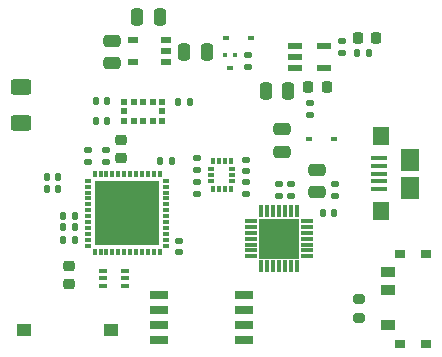
<source format=gbr>
%TF.GenerationSoftware,KiCad,Pcbnew,(6.0.0)*%
%TF.CreationDate,2022-05-13T17:38:04+01:00*%
%TF.ProjectId,Tracer,54726163-6572-42e6-9b69-6361645f7063,D*%
%TF.SameCoordinates,Original*%
%TF.FileFunction,Paste,Top*%
%TF.FilePolarity,Positive*%
%FSLAX46Y46*%
G04 Gerber Fmt 4.6, Leading zero omitted, Abs format (unit mm)*
G04 Created by KiCad (PCBNEW (6.0.0)) date 2022-05-13 17:38:04*
%MOMM*%
%LPD*%
G01*
G04 APERTURE LIST*
G04 Aperture macros list*
%AMRoundRect*
0 Rectangle with rounded corners*
0 $1 Rounding radius*
0 $2 $3 $4 $5 $6 $7 $8 $9 X,Y pos of 4 corners*
0 Add a 4 corners polygon primitive as box body*
4,1,4,$2,$3,$4,$5,$6,$7,$8,$9,$2,$3,0*
0 Add four circle primitives for the rounded corners*
1,1,$1+$1,$2,$3*
1,1,$1+$1,$4,$5*
1,1,$1+$1,$6,$7*
1,1,$1+$1,$8,$9*
0 Add four rect primitives between the rounded corners*
20,1,$1+$1,$2,$3,$4,$5,0*
20,1,$1+$1,$4,$5,$6,$7,0*
20,1,$1+$1,$6,$7,$8,$9,0*
20,1,$1+$1,$8,$9,$2,$3,0*%
G04 Aperture macros list end*
%ADD10R,1.250000X0.900000*%
%ADD11R,0.900000X0.800000*%
%ADD12RoundRect,0.140000X-0.140000X-0.170000X0.140000X-0.170000X0.140000X0.170000X-0.140000X0.170000X0*%
%ADD13RoundRect,0.135000X0.135000X0.185000X-0.135000X0.185000X-0.135000X-0.185000X0.135000X-0.185000X0*%
%ADD14RoundRect,0.140000X0.170000X-0.140000X0.170000X0.140000X-0.170000X0.140000X-0.170000X-0.140000X0*%
%ADD15RoundRect,0.250000X0.475000X-0.250000X0.475000X0.250000X-0.475000X0.250000X-0.475000X-0.250000X0*%
%ADD16RoundRect,0.250000X0.250000X0.475000X-0.250000X0.475000X-0.250000X-0.475000X0.250000X-0.475000X0*%
%ADD17R,0.600000X0.450000*%
%ADD18R,0.400000X0.450000*%
%ADD19R,0.500000X0.450000*%
%ADD20RoundRect,0.135000X-0.135000X-0.185000X0.135000X-0.185000X0.135000X0.185000X-0.135000X0.185000X0*%
%ADD21RoundRect,0.250000X-0.250000X-0.475000X0.250000X-0.475000X0.250000X0.475000X-0.250000X0.475000X0*%
%ADD22RoundRect,0.225000X0.250000X-0.225000X0.250000X0.225000X-0.250000X0.225000X-0.250000X-0.225000X0*%
%ADD23R,0.500000X0.500000*%
%ADD24RoundRect,0.135000X-0.185000X0.135000X-0.185000X-0.135000X0.185000X-0.135000X0.185000X0.135000X0*%
%ADD25R,0.350000X0.575000*%
%ADD26R,0.575000X0.350000*%
%ADD27R,1.350000X0.400000*%
%ADD28R,1.400000X1.600000*%
%ADD29R,1.600000X1.900000*%
%ADD30R,1.200000X0.600000*%
%ADD31RoundRect,0.140000X0.140000X0.170000X-0.140000X0.170000X-0.140000X-0.170000X0.140000X-0.170000X0*%
%ADD32RoundRect,0.218750X-0.218750X-0.256250X0.218750X-0.256250X0.218750X0.256250X-0.218750X0.256250X0*%
%ADD33RoundRect,0.135000X0.185000X-0.135000X0.185000X0.135000X-0.185000X0.135000X-0.185000X-0.135000X0*%
%ADD34RoundRect,0.140000X-0.170000X0.140000X-0.170000X-0.140000X0.170000X-0.140000X0.170000X0.140000X0*%
%ADD35R,1.200000X1.000000*%
%ADD36R,1.000000X0.300000*%
%ADD37R,0.300000X1.000000*%
%ADD38R,3.350000X3.350000*%
%ADD39RoundRect,0.250000X-0.625000X0.400000X-0.625000X-0.400000X0.625000X-0.400000X0.625000X0.400000X0*%
%ADD40R,0.650000X0.400000*%
%ADD41R,0.550000X0.350000*%
%ADD42R,0.350000X0.550000*%
%ADD43R,5.500000X5.500000*%
%ADD44RoundRect,0.225000X-0.250000X0.225000X-0.250000X-0.225000X0.250000X-0.225000X0.250000X0.225000X0*%
%ADD45RoundRect,0.200000X-0.275000X0.200000X-0.275000X-0.200000X0.275000X-0.200000X0.275000X0.200000X0*%
%ADD46R,0.900000X0.600000*%
%ADD47R,1.650000X0.650000*%
G04 APERTURE END LIST*
D10*
%TO.C,S2*%
X161625000Y-104550000D03*
X161625000Y-106050000D03*
X161625000Y-109050000D03*
D11*
X164800000Y-103000000D03*
X162600000Y-103000000D03*
X162600000Y-110600000D03*
X164800000Y-110600000D03*
%TD*%
D12*
%TO.C,C15*%
X142320000Y-95100000D03*
X143280000Y-95100000D03*
%TD*%
D13*
%TO.C,R10*%
X135110000Y-99750000D03*
X134090000Y-99750000D03*
%TD*%
D14*
%TO.C,C1*%
X149600000Y-97900000D03*
X149600000Y-96940000D03*
%TD*%
D15*
%TO.C,C16*%
X138195000Y-86850000D03*
X138195000Y-84950000D03*
%TD*%
D16*
%TO.C,C5*%
X153155000Y-89200000D03*
X151255000Y-89200000D03*
%TD*%
D17*
%TO.C,D1*%
X154900000Y-93300000D03*
X157000000Y-93300000D03*
%TD*%
D18*
%TO.C,Q2*%
X148600000Y-86125000D03*
X147800000Y-86125000D03*
D19*
X148200000Y-87275000D03*
%TD*%
D20*
%TO.C,R7*%
X134090000Y-100750000D03*
X135110000Y-100750000D03*
%TD*%
D15*
%TO.C,C3*%
X152650000Y-94350000D03*
X152650000Y-92450000D03*
%TD*%
D21*
%TO.C,C6*%
X140345000Y-82900000D03*
X142245000Y-82900000D03*
%TD*%
D22*
%TO.C,C14*%
X139000000Y-94875000D03*
X139000000Y-93325000D03*
%TD*%
D23*
%TO.C,IC4*%
X139250000Y-90131885D03*
X140050000Y-90131885D03*
X140850000Y-90131885D03*
X141650000Y-90131885D03*
X142450000Y-90131885D03*
X142450000Y-90931885D03*
X142450000Y-91731885D03*
X141650000Y-91731885D03*
X140850000Y-91731885D03*
X140050000Y-91731885D03*
X139250000Y-91731885D03*
X139250000Y-90931885D03*
%TD*%
D24*
%TO.C,R12*%
X153350000Y-97090000D03*
X153350000Y-98110000D03*
%TD*%
D25*
%TO.C,IC1*%
X146750000Y-97463000D03*
X147250000Y-97463000D03*
X147750000Y-97463000D03*
X148250000Y-97463000D03*
D26*
X148412000Y-96800000D03*
X148412000Y-96300000D03*
X148412000Y-95800000D03*
D25*
X148250000Y-95137000D03*
X147750000Y-95137000D03*
X147250000Y-95137000D03*
X146750000Y-95137000D03*
D26*
X146588000Y-95800000D03*
X146588000Y-96300000D03*
X146588000Y-96800000D03*
%TD*%
D27*
%TO.C,J1*%
X160800000Y-97500000D03*
X160800000Y-96850000D03*
X160800000Y-96200000D03*
X160800000Y-95550000D03*
X160800000Y-94900000D03*
D28*
X161025000Y-99400000D03*
D29*
X163475000Y-97400000D03*
X163475000Y-95000000D03*
D28*
X161025000Y-93000000D03*
%TD*%
D30*
%TO.C,IC5*%
X153705000Y-85350000D03*
X153705000Y-86300000D03*
X153705000Y-87250000D03*
X156205000Y-87250000D03*
X156205000Y-85350000D03*
%TD*%
D20*
%TO.C,R16*%
X143840000Y-90150000D03*
X144860000Y-90150000D03*
%TD*%
D13*
%TO.C,R2*%
X160010000Y-86000000D03*
X158990000Y-86000000D03*
%TD*%
D14*
%TO.C,C10*%
X137700000Y-95180000D03*
X137700000Y-94220000D03*
%TD*%
D15*
%TO.C,C18*%
X155600000Y-97750000D03*
X155600000Y-95850000D03*
%TD*%
D14*
%TO.C,C13*%
X136200000Y-95180000D03*
X136200000Y-94220000D03*
%TD*%
D31*
%TO.C,C20*%
X137830000Y-91750000D03*
X136870000Y-91750000D03*
%TD*%
D32*
%TO.C,D2*%
X159012500Y-84700000D03*
X160587500Y-84700000D03*
%TD*%
D24*
%TO.C,R4*%
X145400000Y-94890000D03*
X145400000Y-95910000D03*
%TD*%
D33*
%TO.C,R6*%
X157700000Y-86000000D03*
X157700000Y-84980000D03*
%TD*%
%TO.C,R3*%
X155000000Y-91210000D03*
X155000000Y-90190000D03*
%TD*%
D34*
%TO.C,C2*%
X149600000Y-95020000D03*
X149600000Y-95980000D03*
%TD*%
D35*
%TO.C,S1*%
X138150000Y-109400000D03*
X130750000Y-109400000D03*
%TD*%
D32*
%TO.C,D4*%
X154812500Y-88900000D03*
X156387500Y-88900000D03*
%TD*%
D17*
%TO.C,D3*%
X147850000Y-84700000D03*
X149950000Y-84700000D03*
%TD*%
D33*
%TO.C,R1*%
X149700000Y-87210000D03*
X149700000Y-86190000D03*
%TD*%
D31*
%TO.C,C19*%
X137830000Y-90050000D03*
X136870000Y-90050000D03*
%TD*%
D36*
%TO.C,IC8*%
X154700000Y-103200000D03*
X154700000Y-102700000D03*
X154700000Y-102200000D03*
X154700000Y-101700000D03*
X154700000Y-101200000D03*
X154700000Y-100700000D03*
X154700000Y-100200000D03*
D37*
X153850000Y-99350000D03*
X153350000Y-99350000D03*
X152850000Y-99350000D03*
X152350000Y-99350000D03*
X151850000Y-99350000D03*
X151350000Y-99350000D03*
X150850000Y-99350000D03*
D36*
X150000000Y-100200000D03*
X150000000Y-100700000D03*
X150000000Y-101200000D03*
X150000000Y-101700000D03*
X150000000Y-102200000D03*
X150000000Y-102700000D03*
X150000000Y-103200000D03*
D37*
X150850000Y-104050000D03*
X151350000Y-104050000D03*
X151850000Y-104050000D03*
X152350000Y-104050000D03*
X152850000Y-104050000D03*
X153350000Y-104050000D03*
X153850000Y-104050000D03*
D38*
X152350000Y-101700000D03*
%TD*%
D31*
%TO.C,C12*%
X133680000Y-96500000D03*
X132720000Y-96500000D03*
%TD*%
D39*
%TO.C,AE1*%
X130500000Y-88850000D03*
X130500000Y-91950000D03*
%TD*%
D13*
%TO.C,R9*%
X135110000Y-101800000D03*
X134090000Y-101800000D03*
%TD*%
D40*
%TO.C,Q1*%
X139350000Y-105700000D03*
X139350000Y-105050000D03*
X139350000Y-104400000D03*
X137450000Y-104400000D03*
X137450000Y-105050000D03*
X137450000Y-105700000D03*
%TD*%
D41*
%TO.C,IC3*%
X136200000Y-96800000D03*
X136200000Y-97300000D03*
X136200000Y-97800000D03*
X136200000Y-98300000D03*
X136200000Y-98800000D03*
X136200000Y-99300000D03*
X136200000Y-99800000D03*
X136200000Y-100300000D03*
X136200000Y-100800000D03*
X136200000Y-101300000D03*
X136200000Y-101800000D03*
X136200000Y-102300000D03*
D42*
X136750000Y-102850000D03*
X137250000Y-102850000D03*
X137750000Y-102850000D03*
X138250000Y-102850000D03*
X138750000Y-102850000D03*
X139250000Y-102850000D03*
X139750000Y-102850000D03*
X140250000Y-102850000D03*
X140750000Y-102850000D03*
X141250000Y-102850000D03*
X141750000Y-102850000D03*
X142250000Y-102850000D03*
D41*
X142800000Y-102300000D03*
X142800000Y-101800000D03*
X142800000Y-101300000D03*
X142800000Y-100800000D03*
X142800000Y-100300000D03*
X142800000Y-99800000D03*
X142800000Y-99300000D03*
X142800000Y-98800000D03*
X142800000Y-98300000D03*
X142800000Y-97800000D03*
X142800000Y-97300000D03*
X142800000Y-96800000D03*
D42*
X142250000Y-96250000D03*
X141750000Y-96250000D03*
X141250000Y-96250000D03*
X140750000Y-96250000D03*
X140250000Y-96250000D03*
X139750000Y-96250000D03*
X139250000Y-96250000D03*
X138750000Y-96250000D03*
X138250000Y-96250000D03*
X137750000Y-96250000D03*
X137250000Y-96250000D03*
X136750000Y-96250000D03*
D43*
X139494000Y-99537000D03*
%TD*%
D12*
%TO.C,C17*%
X156070000Y-99550000D03*
X157030000Y-99550000D03*
%TD*%
D44*
%TO.C,C7*%
X134600000Y-104025000D03*
X134600000Y-105575000D03*
%TD*%
D33*
%TO.C,R5*%
X145400000Y-97920000D03*
X145400000Y-96900000D03*
%TD*%
D14*
%TO.C,C8*%
X157100000Y-98060000D03*
X157100000Y-97100000D03*
%TD*%
D16*
%TO.C,C4*%
X146245000Y-85900000D03*
X144345000Y-85900000D03*
%TD*%
D45*
%TO.C,R8*%
X159100000Y-108425000D03*
X159100000Y-106775000D03*
%TD*%
D46*
%TO.C,IC6*%
X142795000Y-86750000D03*
X142795000Y-85800000D03*
X142795000Y-84850000D03*
X139995000Y-84850000D03*
X139995000Y-86750000D03*
%TD*%
D33*
%TO.C,R13*%
X152350000Y-98120000D03*
X152350000Y-97100000D03*
%TD*%
D47*
%TO.C,IC2*%
X142200000Y-106495000D03*
X142200000Y-107765000D03*
X142200000Y-109035000D03*
X142200000Y-110305000D03*
X149400000Y-110305000D03*
X149400000Y-109035000D03*
X149400000Y-107765000D03*
X149400000Y-106495000D03*
%TD*%
D34*
%TO.C,C11*%
X143900000Y-101870000D03*
X143900000Y-102830000D03*
%TD*%
D31*
%TO.C,C9*%
X133680000Y-97500000D03*
X132720000Y-97500000D03*
%TD*%
M02*

</source>
